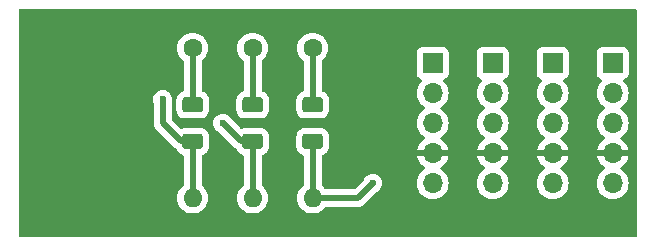
<source format=gbr>
G04 #@! TF.GenerationSoftware,KiCad,Pcbnew,8.0.3+1*
G04 #@! TF.CreationDate,2024-08-16T11:58:03+00:00*
G04 #@! TF.ProjectId,DDT_i2c_proto_breakboard,4444545f-6932-4635-9f70-726f746f5f62,rev?*
G04 #@! TF.SameCoordinates,Original*
G04 #@! TF.FileFunction,Copper,L2,Bot*
G04 #@! TF.FilePolarity,Positive*
%FSLAX46Y46*%
G04 Gerber Fmt 4.6, Leading zero omitted, Abs format (unit mm)*
G04 Created by KiCad (PCBNEW 8.0.3+1) date 2024-08-16 11:58:03*
%MOMM*%
%LPD*%
G01*
G04 APERTURE LIST*
G04 #@! TA.AperFunction,ComponentPad*
%ADD10R,1.700000X1.700000*%
G04 #@! TD*
G04 #@! TA.AperFunction,ComponentPad*
%ADD11O,1.700000X1.700000*%
G04 #@! TD*
G04 #@! TA.AperFunction,ComponentPad*
%ADD12C,1.600000*%
G04 #@! TD*
G04 #@! TA.AperFunction,ComponentPad*
%ADD13O,1.600000X1.600000*%
G04 #@! TD*
G04 #@! TA.AperFunction,ViaPad*
%ADD14C,0.600000*%
G04 #@! TD*
G04 #@! TA.AperFunction,Conductor*
%ADD15C,0.500000*%
G04 #@! TD*
G04 APERTURE END LIST*
D10*
X142240000Y-71125000D03*
D11*
X142240000Y-73665000D03*
X142240000Y-76205000D03*
X142240000Y-78745000D03*
X142240000Y-81285000D03*
D10*
X147320000Y-71125000D03*
D11*
X147320000Y-73665000D03*
X147320000Y-76205000D03*
X147320000Y-78745000D03*
X147320000Y-81285000D03*
D10*
X137160000Y-71125000D03*
D11*
X137160000Y-73665000D03*
X137160000Y-76205000D03*
X137160000Y-78745000D03*
X137160000Y-81285000D03*
D12*
X121920000Y-69850000D03*
D13*
X121920000Y-82550000D03*
D12*
X127000000Y-69850000D03*
D13*
X127000000Y-82550000D03*
D12*
X116840000Y-69850000D03*
D13*
X116840000Y-82550000D03*
D10*
X152400000Y-71125000D03*
D11*
X152400000Y-73665000D03*
X152400000Y-76205000D03*
X152400000Y-78745000D03*
X152400000Y-81285000D03*
G04 #@! TA.AperFunction,SMDPad,CuDef*
G36*
G01*
X116215000Y-74000000D02*
X117465000Y-74000000D01*
G75*
G02*
X117715000Y-74250000I0J-250000D01*
G01*
X117715000Y-75050000D01*
G75*
G02*
X117465000Y-75300000I-250000J0D01*
G01*
X116215000Y-75300000D01*
G75*
G02*
X115965000Y-75050000I0J250000D01*
G01*
X115965000Y-74250000D01*
G75*
G02*
X116215000Y-74000000I250000J0D01*
G01*
G37*
G04 #@! TD.AperFunction*
G04 #@! TA.AperFunction,SMDPad,CuDef*
G36*
G01*
X116215000Y-77100000D02*
X117465000Y-77100000D01*
G75*
G02*
X117715000Y-77350000I0J-250000D01*
G01*
X117715000Y-78150000D01*
G75*
G02*
X117465000Y-78400000I-250000J0D01*
G01*
X116215000Y-78400000D01*
G75*
G02*
X115965000Y-78150000I0J250000D01*
G01*
X115965000Y-77350000D01*
G75*
G02*
X116215000Y-77100000I250000J0D01*
G01*
G37*
G04 #@! TD.AperFunction*
G04 #@! TA.AperFunction,SMDPad,CuDef*
G36*
G01*
X121295000Y-74000000D02*
X122545000Y-74000000D01*
G75*
G02*
X122795000Y-74250000I0J-250000D01*
G01*
X122795000Y-75050000D01*
G75*
G02*
X122545000Y-75300000I-250000J0D01*
G01*
X121295000Y-75300000D01*
G75*
G02*
X121045000Y-75050000I0J250000D01*
G01*
X121045000Y-74250000D01*
G75*
G02*
X121295000Y-74000000I250000J0D01*
G01*
G37*
G04 #@! TD.AperFunction*
G04 #@! TA.AperFunction,SMDPad,CuDef*
G36*
G01*
X121295000Y-77100000D02*
X122545000Y-77100000D01*
G75*
G02*
X122795000Y-77350000I0J-250000D01*
G01*
X122795000Y-78150000D01*
G75*
G02*
X122545000Y-78400000I-250000J0D01*
G01*
X121295000Y-78400000D01*
G75*
G02*
X121045000Y-78150000I0J250000D01*
G01*
X121045000Y-77350000D01*
G75*
G02*
X121295000Y-77100000I250000J0D01*
G01*
G37*
G04 #@! TD.AperFunction*
G04 #@! TA.AperFunction,SMDPad,CuDef*
G36*
G01*
X126375000Y-74000000D02*
X127625000Y-74000000D01*
G75*
G02*
X127875000Y-74250000I0J-250000D01*
G01*
X127875000Y-75050000D01*
G75*
G02*
X127625000Y-75300000I-250000J0D01*
G01*
X126375000Y-75300000D01*
G75*
G02*
X126125000Y-75050000I0J250000D01*
G01*
X126125000Y-74250000D01*
G75*
G02*
X126375000Y-74000000I250000J0D01*
G01*
G37*
G04 #@! TD.AperFunction*
G04 #@! TA.AperFunction,SMDPad,CuDef*
G36*
G01*
X126375000Y-77100000D02*
X127625000Y-77100000D01*
G75*
G02*
X127875000Y-77350000I0J-250000D01*
G01*
X127875000Y-78150000D01*
G75*
G02*
X127625000Y-78400000I-250000J0D01*
G01*
X126375000Y-78400000D01*
G75*
G02*
X126125000Y-78150000I0J250000D01*
G01*
X126125000Y-77350000D01*
G75*
G02*
X126375000Y-77100000I250000J0D01*
G01*
G37*
G04 #@! TD.AperFunction*
D14*
X119380000Y-76200000D03*
X114300000Y-74200000D03*
X132085000Y-81285000D03*
D15*
X121920000Y-69850000D02*
X121920000Y-74650000D01*
X116840000Y-69850000D02*
X116840000Y-74650000D01*
X127000000Y-69850000D02*
X127000000Y-74650000D01*
X121920000Y-77750000D02*
X120930000Y-77750000D01*
X121920000Y-77750000D02*
X121920000Y-82550000D01*
X120930000Y-77750000D02*
X119380000Y-76200000D01*
X114300000Y-76200000D02*
X114300000Y-74200000D01*
X115850000Y-77750000D02*
X114300000Y-76200000D01*
X116840000Y-77750000D02*
X116840000Y-82550000D01*
X116840000Y-77750000D02*
X115850000Y-77750000D01*
X127000000Y-77750000D02*
X127000000Y-82550000D01*
X127000000Y-82550000D02*
X130820000Y-82550000D01*
X130820000Y-82550000D02*
X132085000Y-81285000D01*
G04 #@! TA.AperFunction,Conductor*
G36*
X154382539Y-66560185D02*
G01*
X154428294Y-66612989D01*
X154439500Y-66664500D01*
X154439500Y-85735500D01*
X154419815Y-85802539D01*
X154367011Y-85848294D01*
X154315500Y-85859500D01*
X102224500Y-85859500D01*
X102157461Y-85839815D01*
X102111706Y-85787011D01*
X102100500Y-85735500D01*
X102100500Y-74199996D01*
X113494435Y-74199996D01*
X113494435Y-74200003D01*
X113514630Y-74379249D01*
X113514631Y-74379254D01*
X113542542Y-74459017D01*
X113549500Y-74499972D01*
X113549500Y-76273918D01*
X113549500Y-76273920D01*
X113549499Y-76273920D01*
X113578340Y-76418907D01*
X113578343Y-76418917D01*
X113634914Y-76555492D01*
X113664318Y-76599498D01*
X113664319Y-76599501D01*
X113717046Y-76678414D01*
X113717052Y-76678421D01*
X115371584Y-78332952D01*
X115371586Y-78332954D01*
X115389467Y-78344901D01*
X115445270Y-78382186D01*
X115481826Y-78406612D01*
X115526631Y-78460224D01*
X115529792Y-78468490D01*
X115530185Y-78469331D01*
X115530186Y-78469334D01*
X115622288Y-78618656D01*
X115746344Y-78742712D01*
X115895666Y-78834814D01*
X116004505Y-78870879D01*
X116061949Y-78910652D01*
X116088772Y-78975167D01*
X116089500Y-78988585D01*
X116089500Y-81423336D01*
X116069815Y-81490375D01*
X116036625Y-81524910D01*
X116000863Y-81549951D01*
X115839951Y-81710862D01*
X115709432Y-81897265D01*
X115709431Y-81897267D01*
X115613261Y-82103502D01*
X115613258Y-82103511D01*
X115554366Y-82323302D01*
X115554364Y-82323313D01*
X115534532Y-82549998D01*
X115534532Y-82550001D01*
X115554364Y-82776686D01*
X115554366Y-82776697D01*
X115613258Y-82996488D01*
X115613261Y-82996497D01*
X115709431Y-83202732D01*
X115709432Y-83202734D01*
X115839954Y-83389141D01*
X116000858Y-83550045D01*
X116000861Y-83550047D01*
X116187266Y-83680568D01*
X116393504Y-83776739D01*
X116613308Y-83835635D01*
X116775230Y-83849801D01*
X116839998Y-83855468D01*
X116840000Y-83855468D01*
X116840002Y-83855468D01*
X116896673Y-83850509D01*
X117066692Y-83835635D01*
X117286496Y-83776739D01*
X117492734Y-83680568D01*
X117679139Y-83550047D01*
X117840047Y-83389139D01*
X117970568Y-83202734D01*
X118066739Y-82996496D01*
X118125635Y-82776692D01*
X118145468Y-82550000D01*
X118125635Y-82323308D01*
X118066739Y-82103504D01*
X117970568Y-81897266D01*
X117866516Y-81748663D01*
X117840048Y-81710862D01*
X117763708Y-81634522D01*
X117679139Y-81549953D01*
X117674373Y-81546615D01*
X117643375Y-81524910D01*
X117599751Y-81470332D01*
X117590500Y-81423336D01*
X117590500Y-78988585D01*
X117610185Y-78921546D01*
X117662989Y-78875791D01*
X117675489Y-78870881D01*
X117784334Y-78834814D01*
X117933656Y-78742712D01*
X118057712Y-78618656D01*
X118149814Y-78469334D01*
X118204999Y-78302797D01*
X118215500Y-78200009D01*
X118215499Y-77299992D01*
X118204999Y-77197203D01*
X118149814Y-77030666D01*
X118057712Y-76881344D01*
X117933656Y-76757288D01*
X117827079Y-76691551D01*
X117784336Y-76665187D01*
X117784331Y-76665185D01*
X117763641Y-76658329D01*
X117617797Y-76610001D01*
X117617795Y-76610000D01*
X117515010Y-76599500D01*
X116164998Y-76599500D01*
X116164981Y-76599501D01*
X116062203Y-76610000D01*
X116062200Y-76610001D01*
X115916357Y-76658329D01*
X115846528Y-76660731D01*
X115789672Y-76628304D01*
X115361364Y-76199996D01*
X118574435Y-76199996D01*
X118574435Y-76200003D01*
X118594630Y-76379249D01*
X118594631Y-76379254D01*
X118654211Y-76549523D01*
X118735204Y-76678421D01*
X118750184Y-76702262D01*
X118877738Y-76829816D01*
X119030478Y-76925789D01*
X119030480Y-76925789D01*
X119030484Y-76925792D01*
X119036756Y-76928813D01*
X119035869Y-76930653D01*
X119071939Y-76953307D01*
X120451586Y-78332954D01*
X120469467Y-78344901D01*
X120525270Y-78382186D01*
X120561826Y-78406612D01*
X120606631Y-78460224D01*
X120609792Y-78468490D01*
X120610185Y-78469331D01*
X120610186Y-78469334D01*
X120702288Y-78618656D01*
X120826344Y-78742712D01*
X120975666Y-78834814D01*
X121084505Y-78870879D01*
X121141949Y-78910652D01*
X121168772Y-78975167D01*
X121169500Y-78988585D01*
X121169500Y-81423336D01*
X121149815Y-81490375D01*
X121116625Y-81524910D01*
X121080863Y-81549951D01*
X120919951Y-81710862D01*
X120789432Y-81897265D01*
X120789431Y-81897267D01*
X120693261Y-82103502D01*
X120693258Y-82103511D01*
X120634366Y-82323302D01*
X120634364Y-82323313D01*
X120614532Y-82549998D01*
X120614532Y-82550001D01*
X120634364Y-82776686D01*
X120634366Y-82776697D01*
X120693258Y-82996488D01*
X120693261Y-82996497D01*
X120789431Y-83202732D01*
X120789432Y-83202734D01*
X120919954Y-83389141D01*
X121080858Y-83550045D01*
X121080861Y-83550047D01*
X121267266Y-83680568D01*
X121473504Y-83776739D01*
X121693308Y-83835635D01*
X121855230Y-83849801D01*
X121919998Y-83855468D01*
X121920000Y-83855468D01*
X121920002Y-83855468D01*
X121976673Y-83850509D01*
X122146692Y-83835635D01*
X122366496Y-83776739D01*
X122572734Y-83680568D01*
X122759139Y-83550047D01*
X122920047Y-83389139D01*
X123050568Y-83202734D01*
X123146739Y-82996496D01*
X123205635Y-82776692D01*
X123225468Y-82550000D01*
X123205635Y-82323308D01*
X123146739Y-82103504D01*
X123050568Y-81897266D01*
X122946516Y-81748663D01*
X122920048Y-81710862D01*
X122843708Y-81634522D01*
X122759139Y-81549953D01*
X122754373Y-81546615D01*
X122723375Y-81524910D01*
X122679751Y-81470332D01*
X122670500Y-81423336D01*
X122670500Y-78988585D01*
X122690185Y-78921546D01*
X122742989Y-78875791D01*
X122755489Y-78870881D01*
X122864334Y-78834814D01*
X123013656Y-78742712D01*
X123137712Y-78618656D01*
X123229814Y-78469334D01*
X123284999Y-78302797D01*
X123295500Y-78200009D01*
X123295499Y-77299992D01*
X123295498Y-77299983D01*
X125624500Y-77299983D01*
X125624500Y-78200001D01*
X125624501Y-78200019D01*
X125635000Y-78302796D01*
X125635001Y-78302799D01*
X125687167Y-78460224D01*
X125690186Y-78469334D01*
X125782288Y-78618656D01*
X125906344Y-78742712D01*
X126055666Y-78834814D01*
X126164505Y-78870879D01*
X126221949Y-78910652D01*
X126248772Y-78975167D01*
X126249500Y-78988585D01*
X126249500Y-81423336D01*
X126229815Y-81490375D01*
X126196625Y-81524910D01*
X126160863Y-81549951D01*
X125999951Y-81710862D01*
X125869432Y-81897265D01*
X125869431Y-81897267D01*
X125773261Y-82103502D01*
X125773258Y-82103511D01*
X125714366Y-82323302D01*
X125714364Y-82323313D01*
X125694532Y-82549998D01*
X125694532Y-82550001D01*
X125714364Y-82776686D01*
X125714366Y-82776697D01*
X125773258Y-82996488D01*
X125773261Y-82996497D01*
X125869431Y-83202732D01*
X125869432Y-83202734D01*
X125999954Y-83389141D01*
X126160858Y-83550045D01*
X126160861Y-83550047D01*
X126347266Y-83680568D01*
X126553504Y-83776739D01*
X126773308Y-83835635D01*
X126935230Y-83849801D01*
X126999998Y-83855468D01*
X127000000Y-83855468D01*
X127000002Y-83855468D01*
X127056673Y-83850509D01*
X127226692Y-83835635D01*
X127446496Y-83776739D01*
X127652734Y-83680568D01*
X127839139Y-83550047D01*
X128000047Y-83389139D01*
X128025088Y-83353377D01*
X128079665Y-83309752D01*
X128126663Y-83300500D01*
X130893920Y-83300500D01*
X130991462Y-83281096D01*
X131038913Y-83271658D01*
X131175495Y-83215084D01*
X131224729Y-83182186D01*
X131298416Y-83132952D01*
X132393059Y-82038306D01*
X132429132Y-82015657D01*
X132428244Y-82013813D01*
X132434515Y-82010792D01*
X132434516Y-82010790D01*
X132434522Y-82010789D01*
X132587262Y-81914816D01*
X132714816Y-81787262D01*
X132810789Y-81634522D01*
X132870368Y-81464255D01*
X132870369Y-81464249D01*
X132890565Y-81285003D01*
X132890565Y-81284996D01*
X132870369Y-81105750D01*
X132870368Y-81105745D01*
X132812986Y-80941758D01*
X132810789Y-80935478D01*
X132714816Y-80782738D01*
X132587262Y-80655184D01*
X132510847Y-80607169D01*
X132434523Y-80559211D01*
X132264254Y-80499631D01*
X132264249Y-80499630D01*
X132085004Y-80479435D01*
X132084996Y-80479435D01*
X131905750Y-80499630D01*
X131905745Y-80499631D01*
X131735476Y-80559211D01*
X131582737Y-80655184D01*
X131455184Y-80782737D01*
X131359208Y-80935483D01*
X131356186Y-80941758D01*
X131354361Y-80940878D01*
X131331692Y-80976939D01*
X130545451Y-81763181D01*
X130484128Y-81796666D01*
X130457770Y-81799500D01*
X128126663Y-81799500D01*
X128059624Y-81779815D01*
X128025088Y-81746623D01*
X128000048Y-81710862D01*
X127923708Y-81634522D01*
X127839139Y-81549953D01*
X127834373Y-81546615D01*
X127803375Y-81524910D01*
X127759751Y-81470332D01*
X127750500Y-81423336D01*
X127750500Y-78988585D01*
X127770185Y-78921546D01*
X127822989Y-78875791D01*
X127835489Y-78870881D01*
X127944334Y-78834814D01*
X128093656Y-78742712D01*
X128217712Y-78618656D01*
X128309814Y-78469334D01*
X128364999Y-78302797D01*
X128375500Y-78200009D01*
X128375499Y-77299992D01*
X128364999Y-77197203D01*
X128309814Y-77030666D01*
X128217712Y-76881344D01*
X128093656Y-76757288D01*
X127987079Y-76691551D01*
X127944336Y-76665187D01*
X127944331Y-76665185D01*
X127923641Y-76658329D01*
X127777797Y-76610001D01*
X127777795Y-76610000D01*
X127675010Y-76599500D01*
X126324998Y-76599500D01*
X126324981Y-76599501D01*
X126222203Y-76610000D01*
X126222200Y-76610001D01*
X126055668Y-76665185D01*
X126055663Y-76665187D01*
X125906342Y-76757289D01*
X125782289Y-76881342D01*
X125690187Y-77030663D01*
X125690185Y-77030668D01*
X125662349Y-77114670D01*
X125635001Y-77197203D01*
X125635001Y-77197204D01*
X125635000Y-77197204D01*
X125624500Y-77299983D01*
X123295498Y-77299983D01*
X123284999Y-77197203D01*
X123229814Y-77030666D01*
X123137712Y-76881344D01*
X123013656Y-76757288D01*
X122907079Y-76691551D01*
X122864336Y-76665187D01*
X122864331Y-76665185D01*
X122843641Y-76658329D01*
X122697797Y-76610001D01*
X122697795Y-76610000D01*
X122595010Y-76599500D01*
X121244998Y-76599500D01*
X121244981Y-76599501D01*
X121142203Y-76610000D01*
X121142200Y-76610001D01*
X120996357Y-76658329D01*
X120926528Y-76660731D01*
X120869672Y-76628304D01*
X120133307Y-75891939D01*
X120110653Y-75855869D01*
X120108813Y-75856756D01*
X120105792Y-75850484D01*
X120105789Y-75850480D01*
X120105789Y-75850478D01*
X120009816Y-75697738D01*
X119882262Y-75570184D01*
X119729523Y-75474211D01*
X119559254Y-75414631D01*
X119559249Y-75414630D01*
X119380004Y-75394435D01*
X119379996Y-75394435D01*
X119200750Y-75414630D01*
X119200745Y-75414631D01*
X119030476Y-75474211D01*
X118877737Y-75570184D01*
X118750184Y-75697737D01*
X118654211Y-75850476D01*
X118594631Y-76020745D01*
X118594630Y-76020750D01*
X118574435Y-76199996D01*
X115361364Y-76199996D01*
X115086819Y-75925451D01*
X115053334Y-75864128D01*
X115050500Y-75837770D01*
X115050500Y-74499972D01*
X115057458Y-74459017D01*
X115085368Y-74379254D01*
X115085369Y-74379249D01*
X115105565Y-74200003D01*
X115105565Y-74199996D01*
X115105564Y-74199983D01*
X115464500Y-74199983D01*
X115464500Y-75100001D01*
X115464501Y-75100019D01*
X115475000Y-75202796D01*
X115475001Y-75202799D01*
X115530185Y-75369331D01*
X115530186Y-75369334D01*
X115622288Y-75518656D01*
X115746344Y-75642712D01*
X115895666Y-75734814D01*
X116062203Y-75789999D01*
X116164991Y-75800500D01*
X117515008Y-75800499D01*
X117617797Y-75789999D01*
X117784334Y-75734814D01*
X117933656Y-75642712D01*
X118057712Y-75518656D01*
X118149814Y-75369334D01*
X118204999Y-75202797D01*
X118215500Y-75100009D01*
X118215499Y-74199992D01*
X118215498Y-74199983D01*
X120544500Y-74199983D01*
X120544500Y-75100001D01*
X120544501Y-75100019D01*
X120555000Y-75202796D01*
X120555001Y-75202799D01*
X120610185Y-75369331D01*
X120610186Y-75369334D01*
X120702288Y-75518656D01*
X120826344Y-75642712D01*
X120975666Y-75734814D01*
X121142203Y-75789999D01*
X121244991Y-75800500D01*
X122595008Y-75800499D01*
X122697797Y-75789999D01*
X122864334Y-75734814D01*
X123013656Y-75642712D01*
X123137712Y-75518656D01*
X123229814Y-75369334D01*
X123284999Y-75202797D01*
X123295500Y-75100009D01*
X123295499Y-74199992D01*
X123295498Y-74199983D01*
X125624500Y-74199983D01*
X125624500Y-75100001D01*
X125624501Y-75100019D01*
X125635000Y-75202796D01*
X125635001Y-75202799D01*
X125690185Y-75369331D01*
X125690186Y-75369334D01*
X125782288Y-75518656D01*
X125906344Y-75642712D01*
X126055666Y-75734814D01*
X126222203Y-75789999D01*
X126324991Y-75800500D01*
X127675008Y-75800499D01*
X127777797Y-75789999D01*
X127944334Y-75734814D01*
X128093656Y-75642712D01*
X128217712Y-75518656D01*
X128309814Y-75369334D01*
X128364999Y-75202797D01*
X128375500Y-75100009D01*
X128375499Y-74199992D01*
X128364999Y-74097203D01*
X128309814Y-73930666D01*
X128217712Y-73781344D01*
X128101367Y-73664999D01*
X135804341Y-73664999D01*
X135804341Y-73665000D01*
X135824936Y-73900403D01*
X135824938Y-73900413D01*
X135886094Y-74128655D01*
X135886096Y-74128659D01*
X135886097Y-74128663D01*
X135985965Y-74342830D01*
X135985967Y-74342834D01*
X136121501Y-74536395D01*
X136121506Y-74536402D01*
X136288597Y-74703493D01*
X136288603Y-74703498D01*
X136474158Y-74833425D01*
X136517783Y-74888002D01*
X136524977Y-74957500D01*
X136493454Y-75019855D01*
X136474158Y-75036575D01*
X136288597Y-75166505D01*
X136121505Y-75333597D01*
X135985965Y-75527169D01*
X135985964Y-75527171D01*
X135886098Y-75741335D01*
X135886094Y-75741344D01*
X135824938Y-75969586D01*
X135824936Y-75969596D01*
X135804341Y-76204999D01*
X135804341Y-76205000D01*
X135824936Y-76440403D01*
X135824938Y-76440413D01*
X135886094Y-76668655D01*
X135886096Y-76668659D01*
X135886097Y-76668663D01*
X135896770Y-76691551D01*
X135985965Y-76882830D01*
X135985967Y-76882834D01*
X136121501Y-77076395D01*
X136121506Y-77076402D01*
X136288597Y-77243493D01*
X136288603Y-77243498D01*
X136474594Y-77373730D01*
X136518219Y-77428307D01*
X136525413Y-77497805D01*
X136493890Y-77560160D01*
X136474595Y-77576880D01*
X136288922Y-77706890D01*
X136288920Y-77706891D01*
X136121891Y-77873920D01*
X136121886Y-77873926D01*
X135986400Y-78067420D01*
X135986399Y-78067422D01*
X135886570Y-78281507D01*
X135886567Y-78281513D01*
X135829364Y-78494999D01*
X135829364Y-78495000D01*
X136726988Y-78495000D01*
X136694075Y-78552007D01*
X136660000Y-78679174D01*
X136660000Y-78810826D01*
X136694075Y-78937993D01*
X136726988Y-78995000D01*
X135829364Y-78995000D01*
X135886567Y-79208486D01*
X135886570Y-79208492D01*
X135986399Y-79422578D01*
X136121894Y-79616082D01*
X136288917Y-79783105D01*
X136474595Y-79913119D01*
X136518219Y-79967696D01*
X136525412Y-80037195D01*
X136493890Y-80099549D01*
X136474595Y-80116269D01*
X136288594Y-80246508D01*
X136121505Y-80413597D01*
X135985965Y-80607169D01*
X135985964Y-80607171D01*
X135886098Y-80821335D01*
X135886094Y-80821344D01*
X135824938Y-81049586D01*
X135824936Y-81049596D01*
X135804341Y-81284999D01*
X135804341Y-81285000D01*
X135824936Y-81520403D01*
X135824938Y-81520413D01*
X135886094Y-81748655D01*
X135886096Y-81748659D01*
X135886097Y-81748663D01*
X135963575Y-81914815D01*
X135985965Y-81962830D01*
X135985967Y-81962834D01*
X136024801Y-82018294D01*
X136121505Y-82156401D01*
X136288599Y-82323495D01*
X136385384Y-82391265D01*
X136482165Y-82459032D01*
X136482167Y-82459033D01*
X136482170Y-82459035D01*
X136696337Y-82558903D01*
X136924592Y-82620063D01*
X137112918Y-82636539D01*
X137159999Y-82640659D01*
X137160000Y-82640659D01*
X137160001Y-82640659D01*
X137199234Y-82637226D01*
X137395408Y-82620063D01*
X137623663Y-82558903D01*
X137837830Y-82459035D01*
X138031401Y-82323495D01*
X138198495Y-82156401D01*
X138334035Y-81962830D01*
X138433903Y-81748663D01*
X138495063Y-81520408D01*
X138515659Y-81285000D01*
X138495063Y-81049592D01*
X138433903Y-80821337D01*
X138334035Y-80607171D01*
X138300454Y-80559211D01*
X138198494Y-80413597D01*
X138031402Y-80246506D01*
X138031401Y-80246505D01*
X137845405Y-80116269D01*
X137801781Y-80061692D01*
X137794588Y-79992193D01*
X137826110Y-79929839D01*
X137845405Y-79913119D01*
X138031082Y-79783105D01*
X138198105Y-79616082D01*
X138333600Y-79422578D01*
X138433429Y-79208492D01*
X138433432Y-79208486D01*
X138490636Y-78995000D01*
X137593012Y-78995000D01*
X137625925Y-78937993D01*
X137660000Y-78810826D01*
X137660000Y-78679174D01*
X137625925Y-78552007D01*
X137593012Y-78495000D01*
X138490636Y-78495000D01*
X138490635Y-78494999D01*
X138433432Y-78281513D01*
X138433429Y-78281507D01*
X138333600Y-78067422D01*
X138333599Y-78067420D01*
X138198113Y-77873926D01*
X138198108Y-77873920D01*
X138031078Y-77706890D01*
X137845405Y-77576879D01*
X137801780Y-77522302D01*
X137794588Y-77452804D01*
X137826110Y-77390449D01*
X137845406Y-77373730D01*
X137950706Y-77299998D01*
X138031401Y-77243495D01*
X138198495Y-77076401D01*
X138334035Y-76882830D01*
X138433903Y-76668663D01*
X138495063Y-76440408D01*
X138515659Y-76205000D01*
X138495063Y-75969592D01*
X138433903Y-75741337D01*
X138334035Y-75527171D01*
X138328074Y-75518657D01*
X138198494Y-75333597D01*
X138031402Y-75166506D01*
X138031396Y-75166501D01*
X137845842Y-75036575D01*
X137802217Y-74981998D01*
X137795023Y-74912500D01*
X137826546Y-74850145D01*
X137845842Y-74833425D01*
X137868026Y-74817891D01*
X138031401Y-74703495D01*
X138198495Y-74536401D01*
X138334035Y-74342830D01*
X138433903Y-74128663D01*
X138495063Y-73900408D01*
X138515659Y-73665000D01*
X138515659Y-73664999D01*
X140884341Y-73664999D01*
X140884341Y-73665000D01*
X140904936Y-73900403D01*
X140904938Y-73900413D01*
X140966094Y-74128655D01*
X140966096Y-74128659D01*
X140966097Y-74128663D01*
X141065965Y-74342830D01*
X141065967Y-74342834D01*
X141201501Y-74536395D01*
X141201506Y-74536402D01*
X141368597Y-74703493D01*
X141368603Y-74703498D01*
X141554158Y-74833425D01*
X141597783Y-74888002D01*
X141604977Y-74957500D01*
X141573454Y-75019855D01*
X141554158Y-75036575D01*
X141368597Y-75166505D01*
X141201505Y-75333597D01*
X141065965Y-75527169D01*
X141065964Y-75527171D01*
X140966098Y-75741335D01*
X140966094Y-75741344D01*
X140904938Y-75969586D01*
X140904936Y-75969596D01*
X140884341Y-76204999D01*
X140884341Y-76205000D01*
X140904936Y-76440403D01*
X140904938Y-76440413D01*
X140966094Y-76668655D01*
X140966096Y-76668659D01*
X140966097Y-76668663D01*
X140976770Y-76691551D01*
X141065965Y-76882830D01*
X141065967Y-76882834D01*
X141201501Y-77076395D01*
X141201506Y-77076402D01*
X141368597Y-77243493D01*
X141368603Y-77243498D01*
X141554594Y-77373730D01*
X141598219Y-77428307D01*
X141605413Y-77497805D01*
X141573890Y-77560160D01*
X141554595Y-77576880D01*
X141368922Y-77706890D01*
X141368920Y-77706891D01*
X141201891Y-77873920D01*
X141201886Y-77873926D01*
X141066400Y-78067420D01*
X141066399Y-78067422D01*
X140966570Y-78281507D01*
X140966567Y-78281513D01*
X140909364Y-78494999D01*
X140909364Y-78495000D01*
X141806988Y-78495000D01*
X141774075Y-78552007D01*
X141740000Y-78679174D01*
X141740000Y-78810826D01*
X141774075Y-78937993D01*
X141806988Y-78995000D01*
X140909364Y-78995000D01*
X140966567Y-79208486D01*
X140966570Y-79208492D01*
X141066399Y-79422578D01*
X141201894Y-79616082D01*
X141368917Y-79783105D01*
X141554595Y-79913119D01*
X141598219Y-79967696D01*
X141605412Y-80037195D01*
X141573890Y-80099549D01*
X141554595Y-80116269D01*
X141368594Y-80246508D01*
X141201505Y-80413597D01*
X141065965Y-80607169D01*
X141065964Y-80607171D01*
X140966098Y-80821335D01*
X140966094Y-80821344D01*
X140904938Y-81049586D01*
X140904936Y-81049596D01*
X140884341Y-81284999D01*
X140884341Y-81285000D01*
X140904936Y-81520403D01*
X140904938Y-81520413D01*
X140966094Y-81748655D01*
X140966096Y-81748659D01*
X140966097Y-81748663D01*
X141043575Y-81914815D01*
X141065965Y-81962830D01*
X141065967Y-81962834D01*
X141104801Y-82018294D01*
X141201505Y-82156401D01*
X141368599Y-82323495D01*
X141465384Y-82391265D01*
X141562165Y-82459032D01*
X141562167Y-82459033D01*
X141562170Y-82459035D01*
X141776337Y-82558903D01*
X142004592Y-82620063D01*
X142192918Y-82636539D01*
X142239999Y-82640659D01*
X142240000Y-82640659D01*
X142240001Y-82640659D01*
X142279234Y-82637226D01*
X142475408Y-82620063D01*
X142703663Y-82558903D01*
X142917830Y-82459035D01*
X143111401Y-82323495D01*
X143278495Y-82156401D01*
X143414035Y-81962830D01*
X143513903Y-81748663D01*
X143575063Y-81520408D01*
X143595659Y-81285000D01*
X143575063Y-81049592D01*
X143513903Y-80821337D01*
X143414035Y-80607171D01*
X143380454Y-80559211D01*
X143278494Y-80413597D01*
X143111402Y-80246506D01*
X143111401Y-80246505D01*
X142925405Y-80116269D01*
X142881781Y-80061692D01*
X142874588Y-79992193D01*
X142906110Y-79929839D01*
X142925405Y-79913119D01*
X143111082Y-79783105D01*
X143278105Y-79616082D01*
X143413600Y-79422578D01*
X143513429Y-79208492D01*
X143513432Y-79208486D01*
X143570636Y-78995000D01*
X142673012Y-78995000D01*
X142705925Y-78937993D01*
X142740000Y-78810826D01*
X142740000Y-78679174D01*
X142705925Y-78552007D01*
X142673012Y-78495000D01*
X143570636Y-78495000D01*
X143570635Y-78494999D01*
X143513432Y-78281513D01*
X143513429Y-78281507D01*
X143413600Y-78067422D01*
X143413599Y-78067420D01*
X143278113Y-77873926D01*
X143278108Y-77873920D01*
X143111078Y-77706890D01*
X142925405Y-77576879D01*
X142881780Y-77522302D01*
X142874588Y-77452804D01*
X142906110Y-77390449D01*
X142925406Y-77373730D01*
X143030706Y-77299998D01*
X143111401Y-77243495D01*
X143278495Y-77076401D01*
X143414035Y-76882830D01*
X143513903Y-76668663D01*
X143575063Y-76440408D01*
X143595659Y-76205000D01*
X143575063Y-75969592D01*
X143513903Y-75741337D01*
X143414035Y-75527171D01*
X143408074Y-75518657D01*
X143278494Y-75333597D01*
X143111402Y-75166506D01*
X143111396Y-75166501D01*
X142925842Y-75036575D01*
X142882217Y-74981998D01*
X142875023Y-74912500D01*
X142906546Y-74850145D01*
X142925842Y-74833425D01*
X142948026Y-74817891D01*
X143111401Y-74703495D01*
X143278495Y-74536401D01*
X143414035Y-74342830D01*
X143513903Y-74128663D01*
X143575063Y-73900408D01*
X143595659Y-73665000D01*
X143595659Y-73664999D01*
X145964341Y-73664999D01*
X145964341Y-73665000D01*
X145984936Y-73900403D01*
X145984938Y-73900413D01*
X146046094Y-74128655D01*
X146046096Y-74128659D01*
X146046097Y-74128663D01*
X146145965Y-74342830D01*
X146145967Y-74342834D01*
X146281501Y-74536395D01*
X146281506Y-74536402D01*
X146448597Y-74703493D01*
X146448603Y-74703498D01*
X146634158Y-74833425D01*
X146677783Y-74888002D01*
X146684977Y-74957500D01*
X146653454Y-75019855D01*
X146634158Y-75036575D01*
X146448597Y-75166505D01*
X146281505Y-75333597D01*
X146145965Y-75527169D01*
X146145964Y-75527171D01*
X146046098Y-75741335D01*
X146046094Y-75741344D01*
X145984938Y-75969586D01*
X145984936Y-75969596D01*
X145964341Y-76204999D01*
X145964341Y-76205000D01*
X145984936Y-76440403D01*
X145984938Y-76440413D01*
X146046094Y-76668655D01*
X146046096Y-76668659D01*
X146046097Y-76668663D01*
X146056770Y-76691551D01*
X146145965Y-76882830D01*
X146145967Y-76882834D01*
X146281501Y-77076395D01*
X146281506Y-77076402D01*
X146448597Y-77243493D01*
X146448603Y-77243498D01*
X146634594Y-77373730D01*
X146678219Y-77428307D01*
X146685413Y-77497805D01*
X146653890Y-77560160D01*
X146634595Y-77576880D01*
X146448922Y-77706890D01*
X146448920Y-77706891D01*
X146281891Y-77873920D01*
X146281886Y-77873926D01*
X146146400Y-78067420D01*
X146146399Y-78067422D01*
X146046570Y-78281507D01*
X146046567Y-78281513D01*
X145989364Y-78494999D01*
X145989364Y-78495000D01*
X146886988Y-78495000D01*
X146854075Y-78552007D01*
X146820000Y-78679174D01*
X146820000Y-78810826D01*
X146854075Y-78937993D01*
X146886988Y-78995000D01*
X145989364Y-78995000D01*
X146046567Y-79208486D01*
X146046570Y-79208492D01*
X146146399Y-79422578D01*
X146281894Y-79616082D01*
X146448917Y-79783105D01*
X146634595Y-79913119D01*
X146678219Y-79967696D01*
X146685412Y-80037195D01*
X146653890Y-80099549D01*
X146634595Y-80116269D01*
X146448594Y-80246508D01*
X146281505Y-80413597D01*
X146145965Y-80607169D01*
X146145964Y-80607171D01*
X146046098Y-80821335D01*
X146046094Y-80821344D01*
X145984938Y-81049586D01*
X145984936Y-81049596D01*
X145964341Y-81284999D01*
X145964341Y-81285000D01*
X145984936Y-81520403D01*
X145984938Y-81520413D01*
X146046094Y-81748655D01*
X146046096Y-81748659D01*
X146046097Y-81748663D01*
X146123575Y-81914815D01*
X146145965Y-81962830D01*
X146145967Y-81962834D01*
X146184801Y-82018294D01*
X146281505Y-82156401D01*
X146448599Y-82323495D01*
X146545384Y-82391265D01*
X146642165Y-82459032D01*
X146642167Y-82459033D01*
X146642170Y-82459035D01*
X146856337Y-82558903D01*
X147084592Y-82620063D01*
X147272918Y-82636539D01*
X147319999Y-82640659D01*
X147320000Y-82640659D01*
X147320001Y-82640659D01*
X147359234Y-82637226D01*
X147555408Y-82620063D01*
X147783663Y-82558903D01*
X147997830Y-82459035D01*
X148191401Y-82323495D01*
X148358495Y-82156401D01*
X148494035Y-81962830D01*
X148593903Y-81748663D01*
X148655063Y-81520408D01*
X148675659Y-81285000D01*
X148655063Y-81049592D01*
X148593903Y-80821337D01*
X148494035Y-80607171D01*
X148460454Y-80559211D01*
X148358494Y-80413597D01*
X148191402Y-80246506D01*
X148191401Y-80246505D01*
X148005405Y-80116269D01*
X147961781Y-80061692D01*
X147954588Y-79992193D01*
X147986110Y-79929839D01*
X148005405Y-79913119D01*
X148191082Y-79783105D01*
X148358105Y-79616082D01*
X148493600Y-79422578D01*
X148593429Y-79208492D01*
X148593432Y-79208486D01*
X148650636Y-78995000D01*
X147753012Y-78995000D01*
X147785925Y-78937993D01*
X147820000Y-78810826D01*
X147820000Y-78679174D01*
X147785925Y-78552007D01*
X147753012Y-78495000D01*
X148650636Y-78495000D01*
X148650635Y-78494999D01*
X148593432Y-78281513D01*
X148593429Y-78281507D01*
X148493600Y-78067422D01*
X148493599Y-78067420D01*
X148358113Y-77873926D01*
X148358108Y-77873920D01*
X148191078Y-77706890D01*
X148005405Y-77576879D01*
X147961780Y-77522302D01*
X147954588Y-77452804D01*
X147986110Y-77390449D01*
X148005406Y-77373730D01*
X148110706Y-77299998D01*
X148191401Y-77243495D01*
X148358495Y-77076401D01*
X148494035Y-76882830D01*
X148593903Y-76668663D01*
X148655063Y-76440408D01*
X148675659Y-76205000D01*
X148655063Y-75969592D01*
X148593903Y-75741337D01*
X148494035Y-75527171D01*
X148488074Y-75518657D01*
X148358494Y-75333597D01*
X148191402Y-75166506D01*
X148191396Y-75166501D01*
X148005842Y-75036575D01*
X147962217Y-74981998D01*
X147955023Y-74912500D01*
X147986546Y-74850145D01*
X148005842Y-74833425D01*
X148028026Y-74817891D01*
X148191401Y-74703495D01*
X148358495Y-74536401D01*
X148494035Y-74342830D01*
X148593903Y-74128663D01*
X148655063Y-73900408D01*
X148675659Y-73665000D01*
X148675659Y-73664999D01*
X151044341Y-73664999D01*
X151044341Y-73665000D01*
X151064936Y-73900403D01*
X151064938Y-73900413D01*
X151126094Y-74128655D01*
X151126096Y-74128659D01*
X151126097Y-74128663D01*
X151225965Y-74342830D01*
X151225967Y-74342834D01*
X151361501Y-74536395D01*
X151361506Y-74536402D01*
X151528597Y-74703493D01*
X151528603Y-74703498D01*
X151714158Y-74833425D01*
X151757783Y-74888002D01*
X151764977Y-74957500D01*
X151733454Y-75019855D01*
X151714158Y-75036575D01*
X151528597Y-75166505D01*
X151361505Y-75333597D01*
X151225965Y-75527169D01*
X151225964Y-75527171D01*
X151126098Y-75741335D01*
X151126094Y-75741344D01*
X151064938Y-75969586D01*
X151064936Y-75969596D01*
X151044341Y-76204999D01*
X151044341Y-76205000D01*
X151064936Y-76440403D01*
X151064938Y-76440413D01*
X151126094Y-76668655D01*
X151126096Y-76668659D01*
X151126097Y-76668663D01*
X151136770Y-76691551D01*
X151225965Y-76882830D01*
X151225967Y-76882834D01*
X151361501Y-77076395D01*
X151361506Y-77076402D01*
X151528597Y-77243493D01*
X151528603Y-77243498D01*
X151714594Y-77373730D01*
X151758219Y-77428307D01*
X151765413Y-77497805D01*
X151733890Y-77560160D01*
X151714595Y-77576880D01*
X151528922Y-77706890D01*
X151528920Y-77706891D01*
X151361891Y-77873920D01*
X151361886Y-77873926D01*
X151226400Y-78067420D01*
X151226399Y-78067422D01*
X151126570Y-78281507D01*
X151126567Y-78281513D01*
X151069364Y-78494999D01*
X151069364Y-78495000D01*
X151966988Y-78495000D01*
X151934075Y-78552007D01*
X151900000Y-78679174D01*
X151900000Y-78810826D01*
X151934075Y-78937993D01*
X151966988Y-78995000D01*
X151069364Y-78995000D01*
X151126567Y-79208486D01*
X151126570Y-79208492D01*
X151226399Y-79422578D01*
X151361894Y-79616082D01*
X151528917Y-79783105D01*
X151714595Y-79913119D01*
X151758219Y-79967696D01*
X151765412Y-80037195D01*
X151733890Y-80099549D01*
X151714595Y-80116269D01*
X151528594Y-80246508D01*
X151361505Y-80413597D01*
X151225965Y-80607169D01*
X151225964Y-80607171D01*
X151126098Y-80821335D01*
X151126094Y-80821344D01*
X151064938Y-81049586D01*
X151064936Y-81049596D01*
X151044341Y-81284999D01*
X151044341Y-81285000D01*
X151064936Y-81520403D01*
X151064938Y-81520413D01*
X151126094Y-81748655D01*
X151126096Y-81748659D01*
X151126097Y-81748663D01*
X151203575Y-81914815D01*
X151225965Y-81962830D01*
X151225967Y-81962834D01*
X151264801Y-82018294D01*
X151361505Y-82156401D01*
X151528599Y-82323495D01*
X151625384Y-82391265D01*
X151722165Y-82459032D01*
X151722167Y-82459033D01*
X151722170Y-82459035D01*
X151936337Y-82558903D01*
X152164592Y-82620063D01*
X152352918Y-82636539D01*
X152399999Y-82640659D01*
X152400000Y-82640659D01*
X152400001Y-82640659D01*
X152439234Y-82637226D01*
X152635408Y-82620063D01*
X152863663Y-82558903D01*
X153077830Y-82459035D01*
X153271401Y-82323495D01*
X153438495Y-82156401D01*
X153574035Y-81962830D01*
X153673903Y-81748663D01*
X153735063Y-81520408D01*
X153755659Y-81285000D01*
X153735063Y-81049592D01*
X153673903Y-80821337D01*
X153574035Y-80607171D01*
X153540454Y-80559211D01*
X153438494Y-80413597D01*
X153271402Y-80246506D01*
X153271401Y-80246505D01*
X153085405Y-80116269D01*
X153041781Y-80061692D01*
X153034588Y-79992193D01*
X153066110Y-79929839D01*
X153085405Y-79913119D01*
X153271082Y-79783105D01*
X153438105Y-79616082D01*
X153573600Y-79422578D01*
X153673429Y-79208492D01*
X153673432Y-79208486D01*
X153730636Y-78995000D01*
X152833012Y-78995000D01*
X152865925Y-78937993D01*
X152900000Y-78810826D01*
X152900000Y-78679174D01*
X152865925Y-78552007D01*
X152833012Y-78495000D01*
X153730636Y-78495000D01*
X153730635Y-78494999D01*
X153673432Y-78281513D01*
X153673429Y-78281507D01*
X153573600Y-78067422D01*
X153573599Y-78067420D01*
X153438113Y-77873926D01*
X153438108Y-77873920D01*
X153271078Y-77706890D01*
X153085405Y-77576879D01*
X153041780Y-77522302D01*
X153034588Y-77452804D01*
X153066110Y-77390449D01*
X153085406Y-77373730D01*
X153190706Y-77299998D01*
X153271401Y-77243495D01*
X153438495Y-77076401D01*
X153574035Y-76882830D01*
X153673903Y-76668663D01*
X153735063Y-76440408D01*
X153755659Y-76205000D01*
X153735063Y-75969592D01*
X153673903Y-75741337D01*
X153574035Y-75527171D01*
X153568074Y-75518657D01*
X153438494Y-75333597D01*
X153271402Y-75166506D01*
X153271396Y-75166501D01*
X153085842Y-75036575D01*
X153042217Y-74981998D01*
X153035023Y-74912500D01*
X153066546Y-74850145D01*
X153085842Y-74833425D01*
X153108026Y-74817891D01*
X153271401Y-74703495D01*
X153438495Y-74536401D01*
X153574035Y-74342830D01*
X153673903Y-74128663D01*
X153735063Y-73900408D01*
X153755659Y-73665000D01*
X153735063Y-73429592D01*
X153673903Y-73201337D01*
X153574035Y-72987171D01*
X153438495Y-72793599D01*
X153316567Y-72671671D01*
X153283084Y-72610351D01*
X153288068Y-72540659D01*
X153329939Y-72484725D01*
X153360915Y-72467810D01*
X153492331Y-72418796D01*
X153607546Y-72332546D01*
X153693796Y-72217331D01*
X153744091Y-72082483D01*
X153750500Y-72022873D01*
X153750499Y-70227128D01*
X153744091Y-70167517D01*
X153710217Y-70076697D01*
X153693797Y-70032671D01*
X153693793Y-70032664D01*
X153607547Y-69917455D01*
X153607544Y-69917452D01*
X153492335Y-69831206D01*
X153492328Y-69831202D01*
X153357482Y-69780908D01*
X153357483Y-69780908D01*
X153297883Y-69774501D01*
X153297881Y-69774500D01*
X153297873Y-69774500D01*
X153297864Y-69774500D01*
X151502129Y-69774500D01*
X151502123Y-69774501D01*
X151442516Y-69780908D01*
X151307671Y-69831202D01*
X151307664Y-69831206D01*
X151192455Y-69917452D01*
X151192452Y-69917455D01*
X151106206Y-70032664D01*
X151106202Y-70032671D01*
X151055908Y-70167517D01*
X151049501Y-70227116D01*
X151049501Y-70227123D01*
X151049500Y-70227135D01*
X151049500Y-72022870D01*
X151049501Y-72022876D01*
X151055908Y-72082483D01*
X151106202Y-72217328D01*
X151106206Y-72217335D01*
X151192452Y-72332544D01*
X151192455Y-72332547D01*
X151307664Y-72418793D01*
X151307671Y-72418797D01*
X151439081Y-72467810D01*
X151495015Y-72509681D01*
X151519432Y-72575145D01*
X151504580Y-72643418D01*
X151483430Y-72671673D01*
X151361503Y-72793600D01*
X151225965Y-72987169D01*
X151225964Y-72987171D01*
X151126098Y-73201335D01*
X151126094Y-73201344D01*
X151064938Y-73429586D01*
X151064936Y-73429596D01*
X151044341Y-73664999D01*
X148675659Y-73664999D01*
X148655063Y-73429592D01*
X148593903Y-73201337D01*
X148494035Y-72987171D01*
X148358495Y-72793599D01*
X148236567Y-72671671D01*
X148203084Y-72610351D01*
X148208068Y-72540659D01*
X148249939Y-72484725D01*
X148280915Y-72467810D01*
X148412331Y-72418796D01*
X148527546Y-72332546D01*
X148613796Y-72217331D01*
X148664091Y-72082483D01*
X148670500Y-72022873D01*
X148670499Y-70227128D01*
X148664091Y-70167517D01*
X148630217Y-70076697D01*
X148613797Y-70032671D01*
X148613793Y-70032664D01*
X148527547Y-69917455D01*
X148527544Y-69917452D01*
X148412335Y-69831206D01*
X148412328Y-69831202D01*
X148277482Y-69780908D01*
X148277483Y-69780908D01*
X148217883Y-69774501D01*
X148217881Y-69774500D01*
X148217873Y-69774500D01*
X148217864Y-69774500D01*
X146422129Y-69774500D01*
X146422123Y-69774501D01*
X146362516Y-69780908D01*
X146227671Y-69831202D01*
X146227664Y-69831206D01*
X146112455Y-69917452D01*
X146112452Y-69917455D01*
X146026206Y-70032664D01*
X146026202Y-70032671D01*
X145975908Y-70167517D01*
X145969501Y-70227116D01*
X145969501Y-70227123D01*
X145969500Y-70227135D01*
X145969500Y-72022870D01*
X145969501Y-72022876D01*
X145975908Y-72082483D01*
X146026202Y-72217328D01*
X146026206Y-72217335D01*
X146112452Y-72332544D01*
X146112455Y-72332547D01*
X146227664Y-72418793D01*
X146227671Y-72418797D01*
X146359081Y-72467810D01*
X146415015Y-72509681D01*
X146439432Y-72575145D01*
X146424580Y-72643418D01*
X146403430Y-72671673D01*
X146281503Y-72793600D01*
X146145965Y-72987169D01*
X146145964Y-72987171D01*
X146046098Y-73201335D01*
X146046094Y-73201344D01*
X145984938Y-73429586D01*
X145984936Y-73429596D01*
X145964341Y-73664999D01*
X143595659Y-73664999D01*
X143575063Y-73429592D01*
X143513903Y-73201337D01*
X143414035Y-72987171D01*
X143278495Y-72793599D01*
X143156567Y-72671671D01*
X143123084Y-72610351D01*
X143128068Y-72540659D01*
X143169939Y-72484725D01*
X143200915Y-72467810D01*
X143332331Y-72418796D01*
X143447546Y-72332546D01*
X143533796Y-72217331D01*
X143584091Y-72082483D01*
X143590500Y-72022873D01*
X143590499Y-70227128D01*
X143584091Y-70167517D01*
X143550217Y-70076697D01*
X143533797Y-70032671D01*
X143533793Y-70032664D01*
X143447547Y-69917455D01*
X143447544Y-69917452D01*
X143332335Y-69831206D01*
X143332328Y-69831202D01*
X143197482Y-69780908D01*
X143197483Y-69780908D01*
X143137883Y-69774501D01*
X143137881Y-69774500D01*
X143137873Y-69774500D01*
X143137864Y-69774500D01*
X141342129Y-69774500D01*
X141342123Y-69774501D01*
X141282516Y-69780908D01*
X141147671Y-69831202D01*
X141147664Y-69831206D01*
X141032455Y-69917452D01*
X141032452Y-69917455D01*
X140946206Y-70032664D01*
X140946202Y-70032671D01*
X140895908Y-70167517D01*
X140889501Y-70227116D01*
X140889501Y-70227123D01*
X140889500Y-70227135D01*
X140889500Y-72022870D01*
X140889501Y-72022876D01*
X140895908Y-72082483D01*
X140946202Y-72217328D01*
X140946206Y-72217335D01*
X141032452Y-72332544D01*
X141032455Y-72332547D01*
X141147664Y-72418793D01*
X141147671Y-72418797D01*
X141279081Y-72467810D01*
X141335015Y-72509681D01*
X141359432Y-72575145D01*
X141344580Y-72643418D01*
X141323430Y-72671673D01*
X141201503Y-72793600D01*
X141065965Y-72987169D01*
X141065964Y-72987171D01*
X140966098Y-73201335D01*
X140966094Y-73201344D01*
X140904938Y-73429586D01*
X140904936Y-73429596D01*
X140884341Y-73664999D01*
X138515659Y-73664999D01*
X138495063Y-73429592D01*
X138433903Y-73201337D01*
X138334035Y-72987171D01*
X138198495Y-72793599D01*
X138076567Y-72671671D01*
X138043084Y-72610351D01*
X138048068Y-72540659D01*
X138089939Y-72484725D01*
X138120915Y-72467810D01*
X138252331Y-72418796D01*
X138367546Y-72332546D01*
X138453796Y-72217331D01*
X138504091Y-72082483D01*
X138510500Y-72022873D01*
X138510499Y-70227128D01*
X138504091Y-70167517D01*
X138470217Y-70076697D01*
X138453797Y-70032671D01*
X138453793Y-70032664D01*
X138367547Y-69917455D01*
X138367544Y-69917452D01*
X138252335Y-69831206D01*
X138252328Y-69831202D01*
X138117482Y-69780908D01*
X138117483Y-69780908D01*
X138057883Y-69774501D01*
X138057881Y-69774500D01*
X138057873Y-69774500D01*
X138057864Y-69774500D01*
X136262129Y-69774500D01*
X136262123Y-69774501D01*
X136202516Y-69780908D01*
X136067671Y-69831202D01*
X136067664Y-69831206D01*
X135952455Y-69917452D01*
X135952452Y-69917455D01*
X135866206Y-70032664D01*
X135866202Y-70032671D01*
X135815908Y-70167517D01*
X135809501Y-70227116D01*
X135809501Y-70227123D01*
X135809500Y-70227135D01*
X135809500Y-72022870D01*
X135809501Y-72022876D01*
X135815908Y-72082483D01*
X135866202Y-72217328D01*
X135866206Y-72217335D01*
X135952452Y-72332544D01*
X135952455Y-72332547D01*
X136067664Y-72418793D01*
X136067671Y-72418797D01*
X136199081Y-72467810D01*
X136255015Y-72509681D01*
X136279432Y-72575145D01*
X136264580Y-72643418D01*
X136243430Y-72671673D01*
X136121503Y-72793600D01*
X135985965Y-72987169D01*
X135985964Y-72987171D01*
X135886098Y-73201335D01*
X135886094Y-73201344D01*
X135824938Y-73429586D01*
X135824936Y-73429596D01*
X135804341Y-73664999D01*
X128101367Y-73664999D01*
X128093656Y-73657288D01*
X127944334Y-73565186D01*
X127883301Y-73544961D01*
X127835495Y-73529120D01*
X127778050Y-73489347D01*
X127751228Y-73424831D01*
X127750500Y-73411414D01*
X127750500Y-70976662D01*
X127770185Y-70909623D01*
X127803379Y-70875086D01*
X127839140Y-70850046D01*
X128000045Y-70689141D01*
X128000047Y-70689139D01*
X128130568Y-70502734D01*
X128226739Y-70296496D01*
X128285635Y-70076692D01*
X128305468Y-69850000D01*
X128303823Y-69831202D01*
X128285635Y-69623313D01*
X128285635Y-69623308D01*
X128226739Y-69403504D01*
X128130568Y-69197266D01*
X128000047Y-69010861D01*
X128000045Y-69010858D01*
X127839141Y-68849954D01*
X127652734Y-68719432D01*
X127652732Y-68719431D01*
X127446497Y-68623261D01*
X127446488Y-68623258D01*
X127226697Y-68564366D01*
X127226693Y-68564365D01*
X127226692Y-68564365D01*
X127226691Y-68564364D01*
X127226686Y-68564364D01*
X127000002Y-68544532D01*
X126999998Y-68544532D01*
X126773313Y-68564364D01*
X126773302Y-68564366D01*
X126553511Y-68623258D01*
X126553502Y-68623261D01*
X126347267Y-68719431D01*
X126347265Y-68719432D01*
X126160858Y-68849954D01*
X125999954Y-69010858D01*
X125869432Y-69197265D01*
X125869431Y-69197267D01*
X125773261Y-69403502D01*
X125773258Y-69403511D01*
X125714366Y-69623302D01*
X125714364Y-69623313D01*
X125694532Y-69849998D01*
X125694532Y-69850001D01*
X125714364Y-70076686D01*
X125714366Y-70076697D01*
X125773258Y-70296488D01*
X125773261Y-70296497D01*
X125869431Y-70502732D01*
X125869432Y-70502734D01*
X125999954Y-70689141D01*
X126160859Y-70850046D01*
X126196621Y-70875086D01*
X126240247Y-70929662D01*
X126249500Y-70976662D01*
X126249500Y-73411414D01*
X126229815Y-73478453D01*
X126177011Y-73524208D01*
X126164505Y-73529120D01*
X126055666Y-73565186D01*
X126055663Y-73565187D01*
X125906342Y-73657289D01*
X125782289Y-73781342D01*
X125690187Y-73930663D01*
X125690186Y-73930666D01*
X125635001Y-74097203D01*
X125635001Y-74097204D01*
X125635000Y-74097204D01*
X125624500Y-74199983D01*
X123295498Y-74199983D01*
X123284999Y-74097203D01*
X123229814Y-73930666D01*
X123137712Y-73781344D01*
X123013656Y-73657288D01*
X122864334Y-73565186D01*
X122803301Y-73544961D01*
X122755495Y-73529120D01*
X122698050Y-73489347D01*
X122671228Y-73424831D01*
X122670500Y-73411414D01*
X122670500Y-70976662D01*
X122690185Y-70909623D01*
X122723379Y-70875086D01*
X122759140Y-70850046D01*
X122920045Y-70689141D01*
X122920047Y-70689139D01*
X123050568Y-70502734D01*
X123146739Y-70296496D01*
X123205635Y-70076692D01*
X123225468Y-69850000D01*
X123223823Y-69831202D01*
X123205635Y-69623313D01*
X123205635Y-69623308D01*
X123146739Y-69403504D01*
X123050568Y-69197266D01*
X122920047Y-69010861D01*
X122920045Y-69010858D01*
X122759141Y-68849954D01*
X122572734Y-68719432D01*
X122572732Y-68719431D01*
X122366497Y-68623261D01*
X122366488Y-68623258D01*
X122146697Y-68564366D01*
X122146693Y-68564365D01*
X122146692Y-68564365D01*
X122146691Y-68564364D01*
X122146686Y-68564364D01*
X121920002Y-68544532D01*
X121919998Y-68544532D01*
X121693313Y-68564364D01*
X121693302Y-68564366D01*
X121473511Y-68623258D01*
X121473502Y-68623261D01*
X121267267Y-68719431D01*
X121267265Y-68719432D01*
X121080858Y-68849954D01*
X120919954Y-69010858D01*
X120789432Y-69197265D01*
X120789431Y-69197267D01*
X120693261Y-69403502D01*
X120693258Y-69403511D01*
X120634366Y-69623302D01*
X120634364Y-69623313D01*
X120614532Y-69849998D01*
X120614532Y-69850001D01*
X120634364Y-70076686D01*
X120634366Y-70076697D01*
X120693258Y-70296488D01*
X120693261Y-70296497D01*
X120789431Y-70502732D01*
X120789432Y-70502734D01*
X120919954Y-70689141D01*
X121080859Y-70850046D01*
X121116621Y-70875086D01*
X121160247Y-70929662D01*
X121169500Y-70976662D01*
X121169500Y-73411414D01*
X121149815Y-73478453D01*
X121097011Y-73524208D01*
X121084505Y-73529120D01*
X120975666Y-73565186D01*
X120975663Y-73565187D01*
X120826342Y-73657289D01*
X120702289Y-73781342D01*
X120610187Y-73930663D01*
X120610186Y-73930666D01*
X120555001Y-74097203D01*
X120555001Y-74097204D01*
X120555000Y-74097204D01*
X120544500Y-74199983D01*
X118215498Y-74199983D01*
X118204999Y-74097203D01*
X118149814Y-73930666D01*
X118057712Y-73781344D01*
X117933656Y-73657288D01*
X117784334Y-73565186D01*
X117723301Y-73544961D01*
X117675495Y-73529120D01*
X117618050Y-73489347D01*
X117591228Y-73424831D01*
X117590500Y-73411414D01*
X117590500Y-70976662D01*
X117610185Y-70909623D01*
X117643379Y-70875086D01*
X117679140Y-70850046D01*
X117840045Y-70689141D01*
X117840047Y-70689139D01*
X117970568Y-70502734D01*
X118066739Y-70296496D01*
X118125635Y-70076692D01*
X118145468Y-69850000D01*
X118143823Y-69831202D01*
X118125635Y-69623313D01*
X118125635Y-69623308D01*
X118066739Y-69403504D01*
X117970568Y-69197266D01*
X117840047Y-69010861D01*
X117840045Y-69010858D01*
X117679141Y-68849954D01*
X117492734Y-68719432D01*
X117492732Y-68719431D01*
X117286497Y-68623261D01*
X117286488Y-68623258D01*
X117066697Y-68564366D01*
X117066693Y-68564365D01*
X117066692Y-68564365D01*
X117066691Y-68564364D01*
X117066686Y-68564364D01*
X116840002Y-68544532D01*
X116839998Y-68544532D01*
X116613313Y-68564364D01*
X116613302Y-68564366D01*
X116393511Y-68623258D01*
X116393502Y-68623261D01*
X116187267Y-68719431D01*
X116187265Y-68719432D01*
X116000858Y-68849954D01*
X115839954Y-69010858D01*
X115709432Y-69197265D01*
X115709431Y-69197267D01*
X115613261Y-69403502D01*
X115613258Y-69403511D01*
X115554366Y-69623302D01*
X115554364Y-69623313D01*
X115534532Y-69849998D01*
X115534532Y-69850001D01*
X115554364Y-70076686D01*
X115554366Y-70076697D01*
X115613258Y-70296488D01*
X115613261Y-70296497D01*
X115709431Y-70502732D01*
X115709432Y-70502734D01*
X115839954Y-70689141D01*
X116000859Y-70850046D01*
X116036621Y-70875086D01*
X116080247Y-70929662D01*
X116089500Y-70976662D01*
X116089500Y-73411414D01*
X116069815Y-73478453D01*
X116017011Y-73524208D01*
X116004505Y-73529120D01*
X115895666Y-73565186D01*
X115895663Y-73565187D01*
X115746342Y-73657289D01*
X115622289Y-73781342D01*
X115530187Y-73930663D01*
X115530186Y-73930666D01*
X115475001Y-74097203D01*
X115475001Y-74097204D01*
X115475000Y-74097204D01*
X115464500Y-74199983D01*
X115105564Y-74199983D01*
X115085369Y-74020750D01*
X115085368Y-74020745D01*
X115043260Y-73900408D01*
X115025789Y-73850478D01*
X114929816Y-73697738D01*
X114802262Y-73570184D01*
X114794308Y-73565186D01*
X114649523Y-73474211D01*
X114479254Y-73414631D01*
X114479249Y-73414630D01*
X114300004Y-73394435D01*
X114299996Y-73394435D01*
X114120750Y-73414630D01*
X114120745Y-73414631D01*
X113950476Y-73474211D01*
X113797737Y-73570184D01*
X113670184Y-73697737D01*
X113574211Y-73850476D01*
X113514631Y-74020745D01*
X113514630Y-74020750D01*
X113494435Y-74199996D01*
X102100500Y-74199996D01*
X102100500Y-66664500D01*
X102120185Y-66597461D01*
X102172989Y-66551706D01*
X102224500Y-66540500D01*
X154315500Y-66540500D01*
X154382539Y-66560185D01*
G37*
G04 #@! TD.AperFunction*
M02*

</source>
